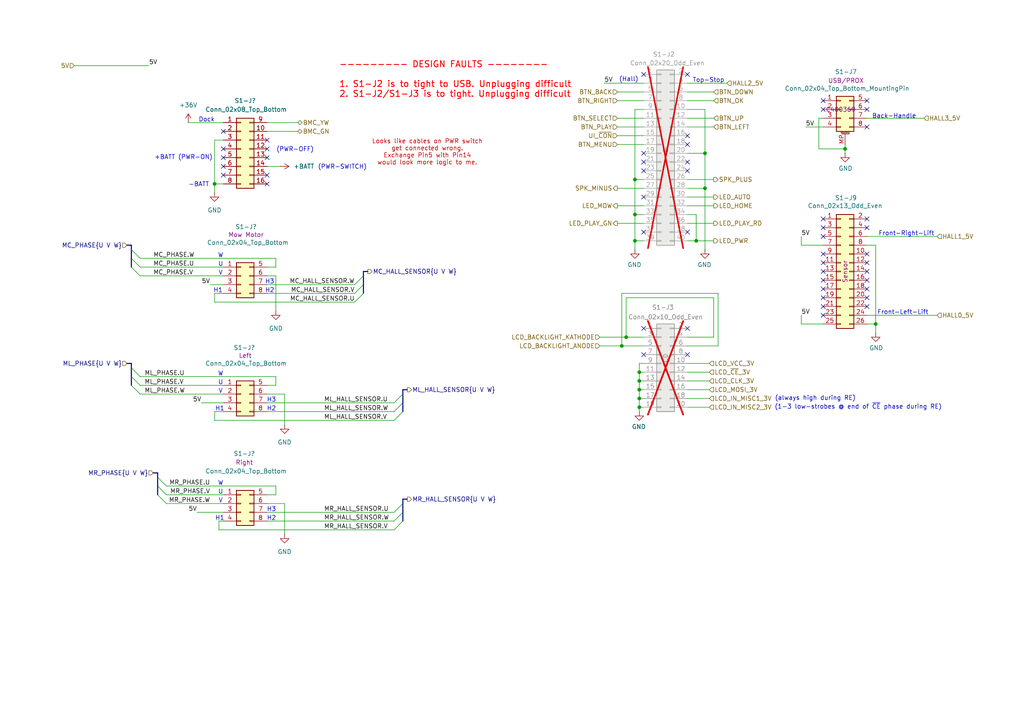
<source format=kicad_sch>
(kicad_sch (version 20250114) (generator "eeschema") (generator_version "9.0")
  (paper "A4")
  (title_block (title "OpenMower SABO Mainboard for Series I & II") (date "2025-05-22") (rev "v0.2") (company "Apeheanger <joerg@ebeling.ws> for OpenMower") (comment 1 "This design is licensed under CC BY-NC 4.0"))
  (lib_symbols
    (symbol "Connector_Generic:Conn_02x04_Top_Bottom" (pin_names (offset 1.016) (hide yes))
      (property "Reference" "J" (at 1.27 5.08 0))
      (property "Value" "Conn_02x04_Top_Bottom" (at 1.27 -7.62 0))
      (symbol "Conn_02x04_Top_Bottom_1_1"
        (rectangle (start -1.27 3.81) (end 3.81 -6.35) (stroke (width 0.254)) (fill (type background)))
        (rectangle (start -1.27 2.667) (end 0 2.413) (stroke (width 0.1524)))
        (rectangle (start -1.27 0.127) (end 0 -0.127) (stroke (width 0.1524)))
        (rectangle (start -1.27 -2.413) (end 0 -2.667) (stroke (width 0.1524)))
        (rectangle (start -1.27 -4.953) (end 0 -5.207) (stroke (width 0.1524)))
        (rectangle (start 3.81 2.667) (end 2.54 2.413) (stroke (width 0.1524)))
        (rectangle (start 3.81 0.127) (end 2.54 -0.127) (stroke (width 0.1524)))
        (rectangle (start 3.81 -2.413) (end 2.54 -2.667) (stroke (width 0.1524)))
        (rectangle (start 3.81 -4.953) (end 2.54 -5.207) (stroke (width 0.1524)))
        (pin passive line (at -5.08 2.54 0) (length 3.81) (name "Pin_1") (number "1"))
        (pin passive line (at -5.08 0 0) (length 3.81) (name "Pin_2") (number "2"))
        (pin passive line (at -5.08 -2.54 0) (length 3.81) (name "Pin_3") (number "3"))
        (pin passive line (at -5.08 -5.08 0) (length 3.81) (name "Pin_4") (number "4"))
        (pin passive line (at 7.62 2.54 180) (length 3.81) (name "Pin_5") (number "5"))
        (pin passive line (at 7.62 0 180) (length 3.81) (name "Pin_6") (number "6"))
        (pin passive line (at 7.62 -2.54 180) (length 3.81) (name "Pin_7") (number "7"))
        (pin passive line (at 7.62 -5.08 180) (length 3.81) (name "Pin_8") (number "8"))
      )
    )
    (symbol "Connector_Generic:Conn_02x08_Top_Bottom" (pin_names (offset 1.016) (hide yes))
      (property "Reference" "J" (at 1.27 10.16 0))
      (property "Value" "Conn_02x08_Top_Bottom" (at 1.27 -12.7 0))
      (symbol "Conn_02x08_Top_Bottom_1_1"
        (rectangle (start -1.27 8.89) (end 3.81 -11.43) (stroke (width 0.254)) (fill (type background)))
        (rectangle (start -1.27 7.747) (end 0 7.493) (stroke (width 0.1524)))
        (rectangle (start -1.27 5.207) (end 0 4.953) (stroke (width 0.1524)))
        (rectangle (start -1.27 2.667) (end 0 2.413) (stroke (width 0.1524)))
        (rectangle (start -1.27 0.127) (end 0 -0.127) (stroke (width 0.1524)))
        (rectangle (start -1.27 -2.413) (end 0 -2.667) (stroke (width 0.1524)))
        (rectangle (start -1.27 -4.953) (end 0 -5.207) (stroke (width 0.1524)))
        (rectangle (start -1.27 -7.493) (end 0 -7.747) (stroke (width 0.1524)))
        (rectangle (start -1.27 -10.033) (end 0 -10.287) (stroke (width 0.1524)))
        (rectangle (start 3.81 7.747) (end 2.54 7.493) (stroke (width 0.1524)))
        (rectangle (start 3.81 5.207) (end 2.54 4.953) (stroke (width 0.1524)))
        (rectangle (start 3.81 2.667) (end 2.54 2.413) (stroke (width 0.1524)))
        (rectangle (start 3.81 0.127) (end 2.54 -0.127) (stroke (width 0.1524)))
        (rectangle (start 3.81 -2.413) (end 2.54 -2.667) (stroke (width 0.1524)))
        (rectangle (start 3.81 -4.953) (end 2.54 -5.207) (stroke (width 0.1524)))
        (rectangle (start 3.81 -7.493) (end 2.54 -7.747) (stroke (width 0.1524)))
        (rectangle (start 3.81 -10.033) (end 2.54 -10.287) (stroke (width 0.1524)))
        (pin passive line (at -5.08 7.62 0) (length 3.81) (name "Pin_1") (number "1"))
        (pin passive line (at -5.08 5.08 0) (length 3.81) (name "Pin_2") (number "2"))
        (pin passive line (at -5.08 2.54 0) (length 3.81) (name "Pin_3") (number "3"))
        (pin passive line (at -5.08 0 0) (length 3.81) (name "Pin_4") (number "4"))
        (pin passive line (at -5.08 -2.54 0) (length 3.81) (name "Pin_5") (number "5"))
        (pin passive line (at -5.08 -5.08 0) (length 3.81) (name "Pin_6") (number "6"))
        (pin passive line (at -5.08 -7.62 0) (length 3.81) (name "Pin_7") (number "7"))
        (pin passive line (at -5.08 -10.16 0) (length 3.81) (name "Pin_8") (number "8"))
        (pin passive line (at 7.62 7.62 180) (length 3.81) (name "Pin_9") (number "9"))
        (pin passive line (at 7.62 5.08 180) (length 3.81) (name "Pin_10") (number "10"))
        (pin passive line (at 7.62 2.54 180) (length 3.81) (name "Pin_11") (number "11"))
        (pin passive line (at 7.62 0 180) (length 3.81) (name "Pin_12") (number "12"))
        (pin passive line (at 7.62 -2.54 180) (length 3.81) (name "Pin_13") (number "13"))
        (pin passive line (at 7.62 -5.08 180) (length 3.81) (name "Pin_14") (number "14"))
        (pin passive line (at 7.62 -7.62 180) (length 3.81) (name "Pin_15") (number "15"))
        (pin passive line (at 7.62 -10.16 180) (length 3.81) (name "Pin_16") (number "16"))
      )
    )
    (symbol "Connector_Generic:Conn_02x10_Odd_Even" (pin_names (offset 1.016) (hide yes))
      (property "Reference" "J" (at 1.27 12.7 0))
      (property "Value" "Conn_02x10_Odd_Even" (at 1.27 -15.24 0))
      (symbol "Conn_02x10_Odd_Even_1_1"
        (rectangle (start -1.27 11.43) (end 3.81 -13.97) (stroke (width 0.254)) (fill (type background)))
        (rectangle (start -1.27 10.287) (end 0 10.033) (stroke (width 0.1524)))
        (rectangle (start -1.27 7.747) (end 0 7.493) (stroke (width 0.1524)))
        (rectangle (start -1.27 5.207) (end 0 4.953) (stroke (width 0.1524)))
        (rectangle (start -1.27 2.667) (end 0 2.413) (stroke (width 0.1524)))
        (rectangle (start -1.27 0.127) (end 0 -0.127) (stroke (width 0.1524)))
        (rectangle (start -1.27 -2.413) (end 0 -2.667) (stroke (width 0.1524)))
        (rectangle (start -1.27 -4.953) (end 0 -5.207) (stroke (width 0.1524)))
        (rectangle (start -1.27 -7.493) (end 0 -7.747) (stroke (width 0.1524)))
        (rectangle (start -1.27 -10.033) (end 0 -10.287) (stroke (width 0.1524)))
        (rectangle (start -1.27 -12.573) (end 0 -12.827) (stroke (width 0.1524)))
        (rectangle (start 3.81 10.287) (end 2.54 10.033) (stroke (width 0.1524)))
        (rectangle (start 3.81 7.747) (end 2.54 7.493) (stroke (width 0.1524)))
        (rectangle (start 3.81 5.207) (end 2.54 4.953) (stroke (width 0.1524)))
        (rectangle (start 3.81 2.667) (end 2.54 2.413) (stroke (width 0.1524)))
        (rectangle (start 3.81 0.127) (end 2.54 -0.127) (stroke (width 0.1524)))
        (rectangle (start 3.81 -2.413) (end 2.54 -2.667) (stroke (width 0.1524)))
        (rectangle (start 3.81 -4.953) (end 2.54 -5.207) (stroke (width 0.1524)))
        (rectangle (start 3.81 -7.493) (end 2.54 -7.747) (stroke (width 0.1524)))
        (rectangle (start 3.81 -10.033) (end 2.54 -10.287) (stroke (width 0.1524)))
        (rectangle (start 3.81 -12.573) (end 2.54 -12.827) (stroke (width 0.1524)))
        (pin passive line (at -5.08 10.16 0) (length 3.81) (name "Pin_1") (number "1"))
        (pin passive line (at -5.08 7.62 0) (length 3.81) (name "Pin_3") (number "3"))
        (pin passive line (at -5.08 5.08 0) (length 3.81) (name "Pin_5") (number "5"))
        (pin passive line (at -5.08 2.54 0) (length 3.81) (name "Pin_7") (number "7"))
        (pin passive line (at -5.08 0 0) (length 3.81) (name "Pin_9") (number "9"))
        (pin passive line (at -5.08 -2.54 0) (length 3.81) (name "Pin_11") (number "11"))
        (pin passive line (at -5.08 -5.08 0) (length 3.81) (name "Pin_13") (number "13"))
        (pin passive line (at -5.08 -7.62 0) (length 3.81) (name "Pin_15") (number "15"))
        (pin passive line (at -5.08 -10.16 0) (length 3.81) (name "Pin_17") (number "17"))
        (pin passive line (at -5.08 -12.7 0) (length 3.81) (name "Pin_19") (number "19"))
        (pin passive line (at 7.62 10.16 180) (length 3.81) (name "Pin_2") (number "2"))
        (pin passive line (at 7.62 7.62 180) (length 3.81) (name "Pin_4") (number "4"))
        (pin passive line (at 7.62 5.08 180) (length 3.81) (name "Pin_6") (number "6"))
        (pin passive line (at 7.62 2.54 180) (length 3.81) (name "Pin_8") (number "8"))
        (pin passive line (at 7.62 0 180) (length 3.81) (name "Pin_10") (number "10"))
        (pin passive line (at 7.62 -2.54 180) (length 3.81) (name "Pin_12") (number "12"))
        (pin passive line (at 7.62 -5.08 180) (length 3.81) (name "Pin_14") (number "14"))
        (pin passive line (at 7.62 -7.62 180) (length 3.81) (name "Pin_16") (number "16"))
        (pin passive line (at 7.62 -10.16 180) (length 3.81) (name "Pin_18") (number "18"))
        (pin passive line (at 7.62 -12.7 180) (length 3.81) (name "Pin_20") (number "20"))
      )
    )
    (symbol "Connector_Generic:Conn_02x13_Odd_Even" (pin_names (offset 1.016) (hide yes))
      (property "Reference" "J" (at 1.27 17.78 0))
      (property "Value" "Conn_02x13_Odd_Even" (at 1.27 -17.78 0))
      (symbol "Conn_02x13_Odd_Even_1_1"
        (rectangle (start -1.27 16.51) (end 3.81 -16.51) (stroke (width 0.254)) (fill (type background)))
        (rectangle (start -1.27 15.367) (end 0 15.113) (stroke (width 0.1524)))
        (rectangle (start -1.27 12.827) (end 0 12.573) (stroke (width 0.1524)))
        (rectangle (start -1.27 10.287) (end 0 10.033) (stroke (width 0.1524)))
        (rectangle (start -1.27 7.747) (end 0 7.493) (stroke (width 0.1524)))
        (rectangle (start -1.27 5.207) (end 0 4.953) (stroke (width 0.1524)))
        (rectangle (start -1.27 2.667) (end 0 2.413) (stroke (width 0.1524)))
        (rectangle (start -1.27 0.127) (end 0 -0.127) (stroke (width 0.1524)))
        (rectangle (start -1.27 -2.413) (end 0 -2.667) (stroke (width 0.1524)))
        (rectangle (start -1.27 -4.953) (end 0 -5.207) (stroke (width 0.1524)))
        (rectangle (start -1.27 -7.493) (end 0 -7.747) (stroke (width 0.1524)))
        (rectangle (start -1.27 -10.033) (end 0 -10.287) (stroke (width 0.1524)))
        (rectangle (start -1.27 -12.573) (end 0 -12.827) (stroke (width 0.1524)))
        (rectangle (start -1.27 -15.113) (end 0 -15.367) (stroke (width 0.1524)))
        (rectangle (start 3.81 15.367) (end 2.54 15.113) (stroke (width 0.1524)))
        (rectangle (start 3.81 12.827) (end 2.54 12.573) (stroke (width 0.1524)))
        (rectangle (start 3.81 10.287) (end 2.54 10.033) (stroke (width 0.1524)))
        (rectangle (start 3.81 7.747) (end 2.54 7.493) (stroke (width 0.1524)))
        (rectangle (start 3.81 5.207) (end 2.54 4.953) (stroke (width 0.1524)))
        (rectangle (start 3.81 2.667) (end 2.54 2.413) (stroke (width 0.1524)))
        (rectangle (start 3.81 0.127) (end 2.54 -0.127) (stroke (width 0.1524)))
        (rectangle (start 3.81 -2.413) (end 2.54 -2.667) (stroke (width 0.1524)))
        (rectangle (start 3.81 -4.953) (end 2.54 -5.207) (stroke (width 0.1524)))
        (rectangle (start 3.81 -7.493) (end 2.54 -7.747) (stroke (width 0.1524)))
        (rectangle (start 3.81 -10.033) (end 2.54 -10.287) (stroke (width 0.1524)))
        (rectangle (start 3.81 -12.573) (end 2.54 -12.827) (stroke (width 0.1524)))
        (rectangle (start 3.81 -15.113) (end 2.54 -15.367) (stroke (width 0.1524)))
        (pin passive line (at -5.08 15.24 0) (length 3.81) (name "Pin_1") (number "1"))
        (pin passive line (at -5.08 12.7 0) (length 3.81) (name "Pin_3") (number "3"))
        (pin passive line (at -5.08 10.16 0) (length 3.81) (name "Pin_5") (number "5"))
        (pin passive line (at -5.08 7.62 0) (length 3.81) (name "Pin_7") (number "7"))
        (pin passive line (at -5.08 5.08 0) (length 3.81) (name "Pin_9") (number "9"))
        (pin passive line (at -5.08 2.54 0) (length 3.81) (name "Pin_11") (number "11"))
        (pin passive line (at -5.08 0 0) (length 3.81) (name "Pin_13") (number "13"))
        (pin passive line (at -5.08 -2.54 0) (length 3.81) (name "Pin_15") (number "15"))
        (pin passive line (at -5.08 -5.08 0) (length 3.81) (name "Pin_17") (number "17"))
        (pin passive line (at -5.08 -7.62 0) (length 3.81) (name "Pin_19") (number "19"))
        (pin passive line (at -5.08 -10.16 0) (length 3.81) (name "Pin_21") (number "21"))
        (pin passive line (at -5.08 -12.7 0) (length 3.81) (name "Pin_23") (number "23"))
        (pin passive line (at -5.08 -15.24 0) (length 3.81) (name "Pin_25") (number "25"))
        (pin passive line (at 7.62 15.24 180) (length 3.81) (name "Pin_2") (number "2"))
        (pin passive line (at 7.62 12.7 180) (length 3.81) (name "Pin_4") (number "4"))
        (pin passive line (at 7.62 10.16 180) (length 3.81) (name "Pin_6") (number "6"))
        (pin passive line (at 7.62 7.62 180) (length 3.81) (name "Pin_8") (number "8"))
        (pin passive line (at 7.62 5.08 180) (length 3.81) (name "Pin_10") (number "10"))
        (pin passive line (at 7.62 2.54 180) (length 3.81) (name "Pin_12") (number "12"))
        (pin passive line (at 7.62 0 180) (length 3.81) (name "Pin_14") (number "14"))
        (pin passive line (at 7.62 -2.54 180) (length 3.81) (name "Pin_16") (number "16"))
        (pin passive line (at 7.62 -5.08 180) (length 3.81) (name "Pin_18") (number "18"))
        (pin passive line (at 7.62 -7.62 180) (length 3.81) (name "Pin_20") (number "20"))
        (pin passive line (at 7.62 -10.16 180) (length 3.81) (name "Pin_22") (number "22"))
        (pin passive line (at 7.62 -12.7 180) (length 3.81) (name "Pin_24") (number "24"))
        (pin passive line (at 7.62 -15.24 180) (length 3.81) (name "Pin_26") (number "26"))
      )
    )
    (symbol "Connector_Generic:Conn_02x20_Odd_Even" (pin_names (offset 1.016) (hide yes))
      (property "Reference" "J" (at 1.27 25.4 0))
      (property "Value" "Conn_02x20_Odd_Even" (at 1.27 -27.94 0))
      (symbol "Conn_02x20_Odd_Even_1_1"
        (rectangle (start -1.27 24.13) (end 3.81 -26.67) (stroke (width 0.254)) (fill (type background)))
        (rectangle (start -1.27 22.987) (end 0 22.733) (stroke (width 0.1524)))
        (rectangle (start -1.27 20.447) (end 0 20.193) (stroke (width 0.1524)))
        (rectangle (start -1.27 17.907) (end 0 17.653) (stroke (width 0.1524)))
        (rectangle (start -1.27 15.367) (end 0 15.113) (stroke (width 0.1524)))
        (rectangle (start -1.27 12.827) (end 0 12.573) (stroke (width 0.1524)))
        (rectangle (start -1.27 10.287) (end 0 10.033) (stroke (width 0.1524)))
        (rectangle (start -1.27 7.747) (end 0 7.493) (stroke (width 0.1524)))
        (rectangle (start -1.27 5.207) (end 0 4.953) (stroke (width 0.1524)))
        (rectangle (start -1.27 2.667) (end 0 2.413) (stroke (width 0.1524)))
        (rectangle (start -1.27 0.127) (end 0 -0.127) (stroke (width 0.1524)))
        (rectangle (start -1.27 -2.413) (end 0 -2.667) (stroke (width 0.1524)))
        (rectangle (start -1.27 -4.953) (end 0 -5.207) (stroke (width 0.1524)))
        (rectangle (start -1.27 -7.493) (end 0 -7.747) (stroke (width 0.1524)))
        (rectangle (start -1.27 -10.033) (end 0 -10.287) (stroke (width 0.1524)))
        (rectangle (start -1.27 -12.573) (end 0 -12.827) (stroke (width 0.1524)))
        (rectangle (start -1.27 -15.113) (end 0 -15.367) (stroke (width 0.1524)))
        (rectangle (start -1.27 -17.653) (end 0 -17.907) (stroke (width 0.1524)))
        (rectangle (start -1.27 -20.193) (end 0 -20.447) (stroke (width 0.1524)))
        (rectangle (start -1.27 -22.733) (end 0 -22.987) (stroke (width 0.1524)))
        (rectangle (start -1.27 -25.273) (end 0 -25.527) (stroke (width 0.1524)))
        (rectangle (start 3.81 22.987) (end 2.54 22.733) (stroke (width 0.1524)))
        (rectangle (start 3.81 20.447) (end 2.54 20.193) (stroke (width 0.1524)))
        (rectangle (start 3.81 17.907) (end 2.54 17.653) (stroke (width 0.1524)))
        (rectangle (start 3.81 15.367) (end 2.54 15.113) (stroke (width 0.1524)))
        (rectangle (start 3.81 12.827) (end 2.54 12.573) (stroke (width 0.1524)))
        (rectangle (start 3.81 10.287) (end 2.54 10.033) (stroke (width 0.1524)))
        (rectangle (start 3.81 7.747) (end 2.54 7.493) (stroke (width 0.1524)))
        (rectangle (start 3.81 5.207) (end 2.54 4.953) (stroke (width 0.1524)))
        (rectangle (start 3.81 2.667) (end 2.54 2.413) (stroke (width 0.1524)))
        (rectangle (start 3.81 0.127) (end 2.54 -0.127) (stroke (width 0.1524)))
        (rectangle (start 3.81 -2.413) (end 2.54 -2.667) (stroke (width 0.1524)))
        (rectangle (start 3.81 -4.953) (end 2.54 -5.207) (stroke (width 0.1524)))
        (rectangle (start 3.81 -7.493) (end 2.54 -7.747) (stroke (width 0.1524)))
        (rectangle (start 3.81 -10.033) (end 2.54 -10.287) (stroke (width 0.1524)))
        (rectangle (start 3.81 -12.573) (end 2.54 -12.827) (stroke (width 0.1524)))
        (rectangle (start 3.81 -15.113) (end 2.54 -15.367) (stroke (width 0.1524)))
        (rectangle (start 3.81 -17.653) (end 2.54 -17.907) (stroke (width 0.1524)))
        (rectangle (start 3.81 -20.193) (end 2.54 -20.447) (stroke (width 0.1524)))
        (rectangle (start 3.81 -22.733) (end 2.54 -22.987) (stroke (width 0.1524)))
        (rectangle (start 3.81 -25.273) (end 2.54 -25.527) (stroke (width 0.1524)))
        (pin passive line (at -5.08 22.86 0) (length 3.81) (name "Pin_1") (number "1"))
        (pin passive line (at -5.08 20.32 0) (length 3.81) (name "Pin_3") (number "3"))
        (pin passive line (at -5.08 17.78 0) (length 3.81) (name "Pin_5") (number "5"))
        (pin passive line (at -5.08 15.24 0) (length 3.81) (name "Pin_7") (number "7"))
        (pin passive line (at -5.08 12.7 0) (length 3.81) (name "Pin_9") (number "9"))
        (pin passive line (at -5.08 10.16 0) (length 3.81) (name "Pin_11") (number "11"))
        (pin passive line (at -5.08 7.62 0) (length 3.81) (name "Pin_13") (number "13"))
        (pin passive line (at -5.08 5.08 0) (length 3.81) (name "Pin_15") (number "15"))
        (pin passive line (at -5.08 2.54 0) (length 3.81) (name "Pin_17") (number "17"))
        (pin passive line (at -5.08 0 0) (length 3.81) (name "Pin_19") (number "19"))
        (pin passive line (at -5.08 -2.54 0) (length 3.81) (name "Pin_21") (number "21"))
        (pin passive line (at -5.08 -5.08 0) (length 3.81) (name "Pin_23") (number "23"))
        (pin passive line (at -5.08 -7.62 0) (length 3.81) (name "Pin_25") (number "25"))
        (pin passive line (at -5.08 -10.16 0) (length 3.81) (name "Pin_27") (number "27"))
        (pin passive line (at -5.08 -12.7 0) (length 3.81) (name "Pin_29") (number "29"))
        (pin passive line (at -5.08 -15.24 0) (length 3.81) (name "Pin_31") (number "31"))
        (pin passive line (at -5.08 -17.78 0) (length 3.81) (name "Pin_33") (number "33"))
        (pin passive line (at -5.08 -20.32 0) (length 3.81) (name "Pin_35") (number "35"))
        (pin passive line (at -5.08 -22.86 0) (length 3.81) (name "Pin_37") (number "37"))
        (pin passive line (at -5.08 -25.4 0) (length 3.81) (name "Pin_39") (number "39"))
        (pin passive line (at 7.62 22.86 180) (length 3.81) (name "Pin_2") (number "2"))
        (pin passive line (at 7.62 20.32 180) (length 3.81) (name "Pin_4") (number "4"))
        (pin passive line (at 7.62 17.78 180) (length 3.81) (name "Pin_6") (number "6"))
        (pin passive line (at 7.62 15.24 180) (length 3.81) (name "Pin_8") (number "8"))
        (pin passive line (at 7.62 12.7 180) (length 3.81) (name "Pin_10") (number "10"))
        (pin passive line (at 7.62 10.16 180) (length 3.81) (name "Pin_12") (number "12"))
        (pin passive line (at 7.62 7.62 180) (length 3.81) (name "Pin_14") (number "14"))
        (pin passive line (at 7.62 5.08 180) (length 3.81) (name "Pin_16") (number "16"))
        (pin passive line (at 7.62 2.54 180) (length 3.81) (name "Pin_18") (number "18"))
        (pin passive line (at 7.62 0 180) (length 3.81) (name "Pin_20") (number "20"))
        (pin passive line (at 7.62 -2.54 180) (length 3.81) (name "Pin_22") (number "22"))
        (pin passive line (at 7.62 -5.08 180) (length 3.81) (name "Pin_24") (number "24"))
        (pin passive line (at 7.62 -7.62 180) (length 3.81) (name "Pin_26") (number "26"))
        (pin passive line (at 7.62 -10.16 180) (length 3.81) (name "Pin_28") (number "28"))
        (pin passive line (at 7.62 -12.7 180) (length 3.81) (name "Pin_30") (number "30"))
        (pin passive line (at 7.62 -15.24 180) (length 3.81) (name "Pin_32") (number "32"))
        (pin passive line (at 7.62 -17.78 180) (length 3.81) (name "Pin_34") (number "34"))
        (pin passive line (at 7.62 -20.32 180) (length 3.81) (name "Pin_36") (number "36"))
        (pin passive line (at 7.62 -22.86 180) (length 3.81) (name "Pin_38") (number "38"))
        (pin passive line (at 7.62 -25.4 180) (length 3.81) (name "Pin_40") (number "40"))
      )
    )
    (symbol "Connector_Generic_MountingPin:Conn_02x04_Top_Bottom_MountingPin" (pin_names (offset 1.016) (hide yes))
      (property "Reference" "J" (at 1.27 5.08 0))
      (property "Value" "Conn_02x04_Top_Bottom_MountingPin" (at 2.54 -7.62 0))
      (symbol "Conn_02x04_Top_Bottom_MountingPin_1_1"
        (rectangle (start -1.27 3.81) (end 3.81 -6.35) (stroke (width 0.254)) (fill (type background)))
        (rectangle (start -1.27 2.667) (end 0 2.413) (stroke (width 0.1524)))
        (rectangle (start -1.27 0.127) (end 0 -0.127) (stroke (width 0.1524)))
        (rectangle (start -1.27 -2.413) (end 0 -2.667) (stroke (width 0.1524)))
        (rectangle (start -1.27 -4.953) (end 0 -5.207) (stroke (width 0.1524)))
        (polyline (pts (xy 0.254 -7.112) (xy 2.286 -7.112)) (stroke (width 0.1524)))
        (rectangle (start 3.81 2.667) (end 2.54 2.413) (stroke (width 0.1524)))
        (rectangle (start 3.81 0.127) (end 2.54 -0.127) (stroke (width 0.1524)))
        (rectangle (start 3.81 -2.413) (end 2.54 -2.667) (stroke (width 0.1524)))
        (rectangle (start 3.81 -4.953) (end 2.54 -5.207) (stroke (width 0.1524)))
        (text "Mounting" (at 1.27 -6.731 0) (effects (font (size 0.381 0.381))))
        (pin passive line (at -5.08 2.54 0) (length 3.81) (name "Pin_1") (number "1"))
        (pin passive line (at -5.08 0 0) (length 3.81) (name "Pin_2") (number "2"))
        (pin passive line (at -5.08 -2.54 0) (length 3.81) (name "Pin_3") (number "3"))
        (pin passive line (at -5.08 -5.08 0) (length 3.81) (name "Pin_4") (number "4"))
        (pin passive line (at 1.27 -10.16 90) (length 3.048) (name "MountPin") (number "MP"))
        (pin passive line (at 7.62 2.54 180) (length 3.81) (name "Pin_5") (number "5"))
        (pin passive line (at 7.62 0 180) (length 3.81) (name "Pin_6") (number "6"))
        (pin passive line (at 7.62 -2.54 180) (length 3.81) (name "Pin_7") (number "7"))
        (pin passive line (at 7.62 -5.08 180) (length 3.81) (name "Pin_8") (number "8"))
      )
    )
    (symbol "power:+36V" (power) (pin_numbers (hide yes)) (pin_names (offset 0) (hide yes))
      (property "Value" "+36V" (at 0 3.556 0))
      (symbol "+36V_0_1"
        (polyline (pts (xy -0.762 1.27) (xy 0 2.54)))
        (polyline (pts (xy 0 2.54) (xy 0.762 1.27)))
        (polyline (pts (xy 0 0) (xy 0 2.54)))
      )
      (symbol "+36V_1_1"
        (pin power_in line (at 0 0 90) (length 0) (name "~") (number "1"))
      )
    )
    (symbol "power:+BATT" (power) (pin_numbers (hide yes)) (pin_names (offset 0) (hide yes))
      (property "Value" "+BATT" (at 0 3.556 0))
      (symbol "+BATT_0_1"
        (polyline (pts (xy -0.762 1.27) (xy 0 2.54)))
        (polyline (pts (xy 0 2.54) (xy 0.762 1.27)))
        (polyline (pts (xy 0 0) (xy 0 2.54)))
      )
      (symbol "+BATT_1_1"
        (pin power_in line (at 0 0 90) (length 0) (name "~") (number "1"))
      )
    )
    (symbol "power:GND" (power) (pin_numbers (hide yes)) (pin_names (offset 0) (hide yes))
      (property "Value" "GND" (at 0 -3.81 0))
      (symbol "GND_0_1"
        (polyline (pts (xy 0 0) (xy 0 -1.27) (xy 1.27 -1.27) (xy 0 -2.54) (xy -1.27 -1.27) (xy 0 -1.27)))
      )
      (symbol "GND_1_1"
        (pin power_in line (at 0 0 270) (length 0) (name "~") (number "1"))
      )
    )
  )
  (text "H2" (at 78.232 84.328 0) (effects (font (size 1.27 1.27))))
  (text "(PWR-SWITCH)" (at 99.314 48.514 0) (effects (font (size 1.27 1.27))))
  (text "(PWR-OFF)" (at 85.598 43.434 0) (effects (font (size 1.27 1.27))))
  (text "H3" (at 78.74 147.828 0) (effects (font (size 1.27 1.27))))
  (text "H1" (at 63.754 150.368 0) (effects (font (size 1.27 1.27))))
  (text "Back-Handle" (at 259.334 33.782 0) (effects (font (size 1.27 1.27))))
  (text "+BATT (PWR-ON)" (at 61.722 45.72 0) (effects (font (size 1.27 1.27)) (justify right)))
  (text "U" (at 64.008 110.998 0) (effects (font (size 1.27 1.27))))
  (text "V" (at 64.008 79.248 0) (effects (font (size 1.27 1.27))))
  (text "-BATT" (at 60.706 53.594 0) (effects (font (size 1.27 1.27)) (justify right)))
  (text "H2" (at 78.74 150.368 0) (effects (font (size 1.27 1.27))))
  (text "(1-3 low-strobes @ end of ~{CE} phase during RE)" (at 248.92 118.11 0) (effects (font (size 1.27 1.27))))
  (text "W" (at 64.008 74.168 0) (effects (font (size 1.27 1.27))))
  (text "Looks like cables on PWR switch\nget connected wrong.\nExchange Pin5 with Pin14\nwould look more logic to me." (at 123.952 44.196 0) (effects (font (size 1.27 1.27))))
  (text "Front-Right-Lift" (at 262.89 67.818 0) (effects (font (size 1.27 1.27))))
  (text "Dock" (at 59.944 34.798 0) (effects (font (size 1.27 1.27))))
  (text "(always high during RE)" (at 236.474 115.57 0) (effects (font (size 1.27 1.27))))
  (text "H3" (at 78.74 116.078 0) (effects (font (size 1.27 1.27))))
  (text "H2" (at 78.74 118.618 0) (effects (font (size 1.27 1.27))))
  (text "V" (at 64.008 113.538 0) (effects (font (size 1.27 1.27))))
  (text "U" (at 64.008 142.748 0) (effects (font (size 1.27 1.27))))
  (text "W" (at 64.008 108.458 0) (effects (font (size 1.27 1.27))))
  (text "--------- DESIGN FAULTS --------\n\n1. S1-J2 is to tight to USB. Unplugging difficult\n2. S1-J2/S1-J3 is to tight. Unplugging difficult" (at 98.298 23.114 0) (effects (font (size 1.778 1.778) (thickness 0.254) (bold yes)) (justify left)))
  (text "W" (at 64.008 140.208 0) (effects (font (size 1.27 1.27))))
  (text "U" (at 64.008 76.708 0) (effects (font (size 1.27 1.27))))
  (text "Front-Left-Lift" (at 261.874 90.678 0) (effects (font (size 1.27 1.27))))
  (text "(Hall)" (at 182.372 23.114 0) (effects (font (size 1.27 1.27))))
  (text "H1" (at 63.754 118.618 0) (effects (font (size 1.27 1.27))))
  (text "V" (at 64.008 145.288 0) (effects (font (size 1.27 1.27))))
  (text "H3" (at 78.232 81.788 0) (effects (font (size 1.27 1.27))))
  (text "Top-Stop" (at 205.486 23.368 0) (effects (font (size 1.27 1.27))))
  (text "H1" (at 63.246 84.328 0) (effects (font (size 1.27 1.27))))
  (junction (at 185.42 118.11))
  (junction (at 204.47 44.45))
  (junction (at 62.23 53.34))
  (junction (at 181.61 97.79))
  (junction (at 185.42 107.95))
  (junction (at 184.15 62.23))
  (junction (at 185.42 110.49))
  (junction (at 245.11 43.18))
  (junction (at 185.42 113.03))
  (junction (at 254 93.98))
  (junction (at 185.42 115.57))
  (junction (at 201.93 69.85))
  (junction (at 180.34 100.33))
  (junction (at 204.47 54.61))
  (junction (at 184.15 69.85))
  (junction (at 184.15 52.07))
  (no_connect (at 199.39 95.25))
  (no_connect (at 77.47 45.72))
  (no_connect (at 238.76 91.44))
  (no_connect (at 251.46 31.75))
  (no_connect (at 199.39 49.53))
  (no_connect (at 251.46 83.82))
  (no_connect (at 64.77 45.72))
  (no_connect (at 186.69 67.31))
  (no_connect (at 186.69 102.87))
  (no_connect (at 64.77 50.8))
  (no_connect (at 77.47 50.8))
  (no_connect (at 238.76 78.74))
  (no_connect (at 251.46 76.2))
  (no_connect (at 64.77 43.18))
  (no_connect (at 77.47 40.64))
  (no_connect (at 238.76 68.58))
  (no_connect (at 238.76 73.66))
  (no_connect (at 238.76 31.75))
  (no_connect (at 64.77 48.26))
  (no_connect (at 251.46 36.83))
  (no_connect (at 251.46 78.74))
  (no_connect (at 238.76 88.9))
  (no_connect (at 238.76 81.28))
  (no_connect (at 199.39 41.91))
  (no_connect (at 186.69 57.15))
  (no_connect (at 238.76 83.82))
  (no_connect (at 186.69 21.59))
  (no_connect (at 186.69 44.45))
  (no_connect (at 199.39 21.59))
  (no_connect (at 251.46 66.04))
  (no_connect (at 251.46 88.9))
  (no_connect (at 251.46 86.36))
  (no_connect (at 77.47 43.18))
  (no_connect (at 238.76 76.2))
  (no_connect (at 238.76 29.21))
  (no_connect (at 251.46 73.66))
  (no_connect (at 199.39 39.37))
  (no_connect (at 251.46 29.21))
  (no_connect (at 238.76 63.5))
  (no_connect (at 199.39 102.87))
  (no_connect (at 186.69 49.53))
  (no_connect (at 199.39 67.31))
  (no_connect (at 238.76 86.36))
  (no_connect (at 186.69 95.25))
  (no_connect (at 238.76 66.04))
  (no_connect (at 199.39 46.99))
  (no_connect (at 251.46 63.5))
  (no_connect (at 251.46 81.28))
  (no_connect (at 64.77 38.1))
  (no_connect (at 77.47 53.34))
  (no_connect (at 186.69 46.99))
  (bus_entry (at 116.84 114.3) (size -2.54 2.54))
  (bus_entry (at 40.64 114.3) (size -2.54 -2.54))
  (bus_entry (at 116.84 146.05) (size -2.54 2.54))
  (bus_entry (at 40.64 109.22) (size -2.54 -2.54))
  (bus_entry (at 105.41 85.09) (size -2.54 2.54))
  (bus_entry (at 48.26 143.51) (size -2.54 -2.54))
  (bus_entry (at 116.84 148.59) (size -2.54 2.54))
  (bus_entry (at 40.64 111.76) (size -2.54 -2.54))
  (bus_entry (at 48.26 146.05) (size -2.54 -2.54))
  (bus_entry (at 105.41 80.01) (size -2.54 2.54))
  (bus_entry (at 40.64 77.47) (size -2.54 -2.54))
  (bus_entry (at 116.84 151.13) (size -2.54 2.54))
  (bus_entry (at 40.64 80.01) (size -2.54 -2.54))
  (bus_entry (at 116.84 119.38) (size -2.54 2.54))
  (bus_entry (at 105.41 82.55) (size -2.54 2.54))
  (bus_entry (at 48.26 140.97) (size -2.54 -2.54))
  (bus_entry (at 40.64 74.93) (size -2.54 -2.54))
  (bus_entry (at 116.84 116.84) (size -2.54 2.54))
  (wire (pts (xy 199.39 52.07) (xy 207.01 52.07)))
  (wire (pts (xy 179.07 41.91) (xy 186.69 41.91)))
  (wire (pts (xy 77.47 85.09) (xy 102.87 85.09)))
  (wire (pts (xy 40.64 111.76) (xy 64.77 111.76)))
  (wire (pts (xy 179.07 64.77) (xy 186.69 64.77)))
  (wire (pts (xy 245.11 43.18) (xy 245.11 41.91)))
  (wire (pts (xy 62.23 85.09) (xy 64.77 85.09)))
  (wire (pts (xy 173.99 100.33) (xy 180.34 100.33)))
  (wire (pts (xy 232.41 91.44) (xy 232.41 93.98)))
  (wire (pts (xy 199.39 113.03) (xy 205.74 113.03)))
  (wire (pts (xy 77.47 116.84) (xy 114.3 116.84)))
  (wire (pts (xy 180.34 100.33) (xy 186.69 100.33)))
  (wire (pts (xy 184.15 52.07) (xy 186.69 52.07)))
  (wire (pts (xy 199.39 118.11) (xy 205.74 118.11)))
  (wire (pts (xy 185.42 115.57) (xy 186.69 115.57)))
  (wire (pts (xy 40.64 109.22) (xy 80.01 109.22)))
  (wire (pts (xy 57.15 148.59) (xy 64.77 148.59)))
  (wire (pts (xy 185.42 105.41) (xy 185.42 107.95)))
  (wire (pts (xy 184.15 31.75) (xy 184.15 52.07)))
  (bus (pts (xy 38.1 109.22) (xy 38.1 106.68)))
  (wire (pts (xy 185.42 110.49) (xy 186.69 110.49)))
  (bus (pts (xy 38.1 72.39) (xy 38.1 71.12)))
  (wire (pts (xy 77.47 82.55) (xy 102.87 82.55)))
  (wire (pts (xy 64.77 40.64) (xy 62.23 40.64)))
  (wire (pts (xy 64.77 151.13) (xy 63.5 151.13)))
  (bus (pts (xy 118.11 113.03) (xy 116.84 113.03)))
  (wire (pts (xy 63.5 153.67) (xy 114.3 153.67)))
  (wire (pts (xy 80.01 74.93) (xy 80.01 77.47)))
  (wire (pts (xy 77.47 151.13) (xy 114.3 151.13)))
  (bus (pts (xy 38.1 74.93) (xy 38.1 72.39)))
  (wire (pts (xy 179.07 26.67) (xy 186.69 26.67)))
  (wire (pts (xy 254 93.98) (xy 254 96.52)))
  (wire (pts (xy 184.15 52.07) (xy 184.15 62.23)))
  (wire (pts (xy 54.61 35.56) (xy 64.77 35.56)))
  (wire (pts (xy 232.41 93.98) (xy 238.76 93.98)))
  (wire (pts (xy 237.49 43.18) (xy 245.11 43.18)))
  (wire (pts (xy 204.47 54.61) (xy 204.47 72.39)))
  (wire (pts (xy 245.11 44.45) (xy 245.11 43.18)))
  (wire (pts (xy 199.39 59.69) (xy 207.01 59.69)))
  (wire (pts (xy 185.42 118.11) (xy 185.42 119.38)))
  (wire (pts (xy 181.61 97.79) (xy 186.69 97.79)))
  (wire (pts (xy 237.49 34.29) (xy 237.49 43.18)))
  (wire (pts (xy 77.47 146.05) (xy 82.55 146.05)))
  (wire (pts (xy 40.64 114.3) (xy 64.77 114.3)))
  (wire (pts (xy 199.39 44.45) (xy 204.47 44.45)))
  (wire (pts (xy 199.39 26.67) (xy 207.01 26.67)))
  (wire (pts (xy 185.42 113.03) (xy 186.69 113.03)))
  (wire (pts (xy 173.99 97.79) (xy 181.61 97.79)))
  (wire (pts (xy 185.42 115.57) (xy 185.42 118.11)))
  (wire (pts (xy 48.26 143.51) (xy 64.77 143.51)))
  (wire (pts (xy 199.39 24.13) (xy 210.82 24.13)))
  (wire (pts (xy 40.64 77.47) (xy 64.77 77.47)))
  (bus (pts (xy 106.68 78.74) (xy 105.41 78.74)))
  (wire (pts (xy 251.46 68.58) (xy 271.78 68.58)))
  (wire (pts (xy 199.39 54.61) (xy 204.47 54.61)))
  (wire (pts (xy 207.01 86.36) (xy 181.61 86.36)))
  (wire (pts (xy 179.07 29.21) (xy 186.69 29.21)))
  (bus (pts (xy 116.84 116.84) (xy 116.84 119.38)))
  (wire (pts (xy 199.39 29.21) (xy 207.01 29.21)))
  (wire (pts (xy 199.39 107.95) (xy 205.74 107.95)))
  (wire (pts (xy 77.47 77.47) (xy 80.01 77.47)))
  (wire (pts (xy 199.39 97.79) (xy 207.01 97.79)))
  (wire (pts (xy 180.34 100.33) (xy 180.34 85.09)))
  (bus (pts (xy 45.72 138.43) (xy 45.72 137.16)))
  (wire (pts (xy 62.23 53.34) (xy 64.77 53.34)))
  (wire (pts (xy 40.64 74.93) (xy 80.01 74.93)))
  (bus (pts (xy 38.1 71.12) (xy 36.83 71.12)))
  (bus (pts (xy 38.1 109.22) (xy 38.1 111.76)))
  (wire (pts (xy 77.47 111.76) (xy 80.01 111.76)))
  (wire (pts (xy 201.93 62.23) (xy 201.93 69.85)))
  (wire (pts (xy 199.39 69.85) (xy 201.93 69.85)))
  (wire (pts (xy 48.26 146.05) (xy 64.77 146.05)))
  (wire (pts (xy 62.23 40.64) (xy 62.23 53.34)))
  (wire (pts (xy 199.39 57.15) (xy 207.01 57.15)))
  (wire (pts (xy 62.23 53.34) (xy 62.23 55.88)))
  (wire (pts (xy 62.23 121.92) (xy 114.3 121.92)))
  (bus (pts (xy 118.11 144.78) (xy 116.84 144.78)))
  (wire (pts (xy 80.01 80.01) (xy 80.01 90.17)))
  (wire (pts (xy 251.46 93.98) (xy 254 93.98)))
  (wire (pts (xy 199.39 115.57) (xy 205.74 115.57)))
  (wire (pts (xy 77.47 48.26) (xy 81.28 48.26)))
  (bus (pts (xy 105.41 82.55) (xy 105.41 85.09)))
  (bus (pts (xy 116.84 146.05) (xy 116.84 148.59)))
  (wire (pts (xy 63.5 151.13) (xy 63.5 153.67)))
  (bus (pts (xy 105.41 80.01) (xy 105.41 82.55)))
  (wire (pts (xy 179.07 36.83) (xy 186.69 36.83)))
  (wire (pts (xy 179.07 54.61) (xy 186.69 54.61)))
  (wire (pts (xy 48.26 140.97) (xy 80.01 140.97)))
  (wire (pts (xy 251.46 71.12) (xy 254 71.12)))
  (wire (pts (xy 199.39 34.29) (xy 207.01 34.29)))
  (wire (pts (xy 180.34 85.09) (xy 208.28 85.09)))
  (wire (pts (xy 77.47 148.59) (xy 114.3 148.59)))
  (wire (pts (xy 207.01 97.79) (xy 207.01 86.36)))
  (wire (pts (xy 62.23 119.38) (xy 62.23 121.92)))
  (wire (pts (xy 77.47 35.56) (xy 86.36 35.56)))
  (wire (pts (xy 185.42 107.95) (xy 186.69 107.95)))
  (wire (pts (xy 77.47 143.51) (xy 80.01 143.51)))
  (wire (pts (xy 64.77 119.38) (xy 62.23 119.38)))
  (wire (pts (xy 199.39 62.23) (xy 201.93 62.23)))
  (wire (pts (xy 184.15 69.85) (xy 186.69 69.85)))
  (wire (pts (xy 232.41 68.58) (xy 232.41 71.12)))
  (bus (pts (xy 45.72 137.16) (xy 44.45 137.16)))
  (wire (pts (xy 102.87 87.63) (xy 62.23 87.63)))
  (wire (pts (xy 184.15 62.23) (xy 184.15 69.85)))
  (wire (pts (xy 179.07 39.37) (xy 186.69 39.37)))
  (wire (pts (xy 238.76 34.29) (xy 237.49 34.29)))
  (wire (pts (xy 185.42 118.11) (xy 186.69 118.11)))
  (wire (pts (xy 251.46 91.44) (xy 271.78 91.44)))
  (wire (pts (xy 77.47 119.38) (xy 114.3 119.38)))
  (bus (pts (xy 116.84 113.03) (xy 116.84 114.3)))
  (wire (pts (xy 199.39 105.41) (xy 205.74 105.41)))
  (wire (pts (xy 62.23 87.63) (xy 62.23 85.09)))
  (wire (pts (xy 179.07 34.29) (xy 186.69 34.29)))
  (bus (pts (xy 38.1 106.68) (xy 38.1 105.41)))
  (bus (pts (xy 45.72 140.97) (xy 45.72 138.43)))
  (wire (pts (xy 201.93 69.85) (xy 207.01 69.85)))
  (wire (pts (xy 21.59 19.05) (xy 43.18 19.05)))
  (wire (pts (xy 233.68 36.83) (xy 238.76 36.83)))
  (wire (pts (xy 179.07 59.69) (xy 186.69 59.69)))
  (bus (pts (xy 38.1 77.47) (xy 38.1 74.93)))
  (wire (pts (xy 175.26 24.13) (xy 186.69 24.13)))
  (wire (pts (xy 199.39 36.83) (xy 207.01 36.83)))
  (bus (pts (xy 45.72 140.97) (xy 45.72 143.51)))
  (wire (pts (xy 254 71.12) (xy 254 93.98)))
  (wire (pts (xy 184.15 62.23) (xy 186.69 62.23)))
  (bus (pts (xy 116.84 114.3) (xy 116.84 116.84)))
  (bus (pts (xy 116.84 148.59) (xy 116.84 151.13)))
  (bus (pts (xy 38.1 105.41) (xy 36.83 105.41)))
  (wire (pts (xy 64.77 116.84) (xy 58.42 116.84)))
  (wire (pts (xy 185.42 113.03) (xy 185.42 115.57)))
  (wire (pts (xy 82.55 146.05) (xy 82.55 154.94)))
  (wire (pts (xy 77.47 80.01) (xy 80.01 80.01)))
  (wire (pts (xy 251.46 34.29) (xy 267.97 34.29)))
  (wire (pts (xy 232.41 71.12) (xy 238.76 71.12)))
  (wire (pts (xy 80.01 143.51) (xy 80.01 140.97)))
  (wire (pts (xy 184.15 69.85) (xy 184.15 72.39)))
  (wire (pts (xy 199.39 110.49) (xy 205.74 110.49)))
  (wire (pts (xy 204.47 44.45) (xy 204.47 54.61)))
  (wire (pts (xy 199.39 31.75) (xy 204.47 31.75)))
  (wire (pts (xy 82.55 123.19) (xy 82.55 114.3)))
  (wire (pts (xy 181.61 86.36) (xy 181.61 97.79)))
  (wire (pts (xy 80.01 109.22) (xy 80.01 111.76)))
  (wire (pts (xy 185.42 107.95) (xy 185.42 110.49)))
  (wire (pts (xy 208.28 100.33) (xy 199.39 100.33)))
  (wire (pts (xy 60.96 82.55) (xy 64.77 82.55)))
  (wire (pts (xy 186.69 105.41) (xy 185.42 105.41)))
  (wire (pts (xy 199.39 64.77) (xy 207.01 64.77)))
  (wire (pts (xy 186.69 31.75) (xy 184.15 31.75)))
  (bus (pts (xy 116.84 144.78) (xy 116.84 146.05)))
  (wire (pts (xy 77.47 114.3) (xy 82.55 114.3)))
  (wire (pts (xy 204.47 31.75) (xy 204.47 44.45)))
  (wire (pts (xy 208.28 85.09) (xy 208.28 100.33)))
  (bus (pts (xy 105.41 78.74) (xy 105.41 80.01)))
  (wire (pts (xy 185.42 110.49) (xy 185.42 113.03)))
  (wire (pts (xy 40.64 80.01) (xy 64.77 80.01)))
  (wire (pts (xy 77.47 38.1) (xy 86.36 38.1)))
  (label "5V" (at 233.68 36.83 0))
  (label "MC_PHASE.W" (at 44.45 74.93 0))
  (label "5V" (at 232.41 68.58 0))
  (label "MR_PHASE.U" (at 60.96 140.97 180))
  (label "MC_HALL_SENSOR.W" (at 102.87 82.55 180))
  (label "MR_PHASE.V" (at 60.96 143.51 180))
  (label "ML_HALL_SENSOR.U" (at 93.98 116.84 0))
  (label "ML_PHASE.U" (at 41.91 109.22 0))
  (label "MC_PHASE.V" (at 44.45 80.01 0))
  (label "ML_HALL_SENSOR.W" (at 93.98 119.38 0))
  (label "ML_PHASE.V" (at 41.91 111.76 0))
  (label "MC_HALL_SENSOR.V" (at 102.87 85.09 180))
  (label "ML_HALL_SENSOR.V" (at 93.98 121.92 0))
  (label "MC_PHASE.U" (at 44.45 77.47 0))
  (label "MR_HALL_SENSOR.V" (at 93.98 153.67 0))
  (label "ML_PHASE.W" (at 41.91 114.3 0))
  (label "5V" (at 43.18 19.05 0))
  (label "MC_HALL_SENSOR.U" (at 102.87 87.63 180))
  (label "5V" (at 232.41 91.44 0))
  (label "MR_HALL_SENSOR.W" (at 93.98 151.13 0))
  (label "MR_PHASE.W" (at 60.96 146.05 180))
  (label "5V" (at 175.26 24.13 0))
  (label "MR_HALL_SENSOR.U" (at 93.98 148.59 0))
  (label "5V" (at 58.42 116.84 180))
  (label "5V" (at 60.96 82.55 180))
  (label "5V" (at 57.15 148.59 180))
  (hierarchical_label "LED_HOME" (shape output) (at 207.01 59.69 0))
  (hierarchical_label "LED_AUTO" (shape output) (at 207.01 57.15 0))
  (hierarchical_label "5V" (shape input) (at 21.59 19.05 180))
  (hierarchical_label "BMC_GN" (shape bidirectional) (at 86.36 38.1 0))
  (hierarchical_label "UI_~{CON}" (shape input) (at 179.07 39.37 180))
  (hierarchical_label "BTN_MENU" (shape input) (at 179.07 41.91 180))
  (hierarchical_label "BTN_BACK" (shape input) (at 179.07 26.67 180))
  (hierarchical_label "ML_HALL_SENSOR{U V W}" (shape output) (at 118.11 113.03 0))
  (hierarchical_label "BTN_PLAY" (shape input) (at 179.07 36.83 180))
  (hierarchical_label "LCD_CLK_3V" (shape input) (at 205.74 110.49 0))
  (hierarchical_label "BTN_LEFT" (shape input) (at 207.01 36.83 0))
  (hierarchical_label "LCD_BACKLIGHT_ANODE" (shape input) (at 173.99 100.33 180))
  (hierarchical_label "LCD_~{CE}_3V" (shape input) (at 205.74 107.95 0))
  (hierarchical_label "LED_PWR" (shape output) (at 207.01 69.85 0))
  (hierarchical_label "HALL1_5V" (shape input) (at 271.78 68.58 0))
  (hierarchical_label "MR_PHASE{U V W}" (shape input) (at 44.45 137.16 180))
  (hierarchical_label "LCD_IN_MISC2_3V" (shape input) (at 205.74 118.11 0))
  (hierarchical_label "SPK_PLUS" (shape output) (at 207.01 52.07 0))
  (hierarchical_label "LED_PLAY_GN" (shape output) (at 179.07 64.77 180))
  (hierarchical_label "HALL2_5V" (shape input) (at 210.82 24.13 0))
  (hierarchical_label "HALL3_5V" (shape input) (at 267.97 34.29 0))
  (hierarchical_label "LCD_MOSI_3V" (shape input) (at 205.74 113.03 0))
  (hierarchical_label "MC_PHASE{U V W}" (shape input) (at 36.83 71.12 180))
  (hierarchical_label "BTN_SELECT" (shape input) (at 179.07 34.29 180))
  (hierarchical_label "BTN_RIGHT" (shape input) (at 179.07 29.21 180))
  (hierarchical_label "SPK_MINUS" (shape output) (at 179.07 54.61 180))
  (hierarchical_label "LED_PLAY_RD" (shape output) (at 207.01 64.77 0))
  (hierarchical_label "BMC_YW" (shape bidirectional) (at 86.36 35.56 0))
  (hierarchical_label "MC_HALL_SENSOR{U V W}" (shape output) (at 106.68 78.74 0))
  (hierarchical_label "ML_PHASE{U V W}" (shape input) (at 36.83 105.41 180))
  (hierarchical_label "HALL0_5V" (shape input) (at 271.78 91.44 0))
  (hierarchical_label "MR_HALL_SENSOR{U V W}" (shape output) (at 118.11 144.78 0))
  (hierarchical_label "LED_MOW" (shape output) (at 179.07 59.69 180))
  (hierarchical_label "BTN_OK" (shape input) (at 207.01 29.21 0))
  (hierarchical_label "LCD_BACKLIGHT_KATHODE" (shape input) (at 173.99 97.79 180))
  (hierarchical_label "BTN_DOWN" (shape input) (at 207.01 26.67 0))
  (hierarchical_label "LCD_VCC_3V" (shape input) (at 205.74 105.41 0))
  (hierarchical_label "LCD_IN_MISC1_3V" (shape input) (at 205.74 115.57 0))
  (hierarchical_label "BTN_UP" (shape input) (at 207.01 34.29 0))
  (symbol (lib_id "power:GND") (at 82.55 123.19 0) (unit 1)
    (property "Reference" "#PWR?" (effects (hide yes)))
    (property "Value" "GND" (at 82.55 128.27 0))
    (property "Description" "Power symbol creates a global label with name \"GND\" , ground" (effects (hide yes)))
  )
  (symbol (lib_id "Connector_Generic:Conn_02x04_Top_Bottom") (at 69.85 146.05 0) (unit 1)
    (property "Reference" "S1-J?" (at 70.866 131.572 0))
    (property "Value" "Conn_02x04_Top_Bottom" (at 71.374 136.652 0))
    (property "Footprint" "local_Connectors:Molex_Mini-Fit_Jr_5566-08A_2x04_P4.20mm_Vertical" (effects (hide yes)))
    (property "Description" "Molex Mini-Fit Jr. Vertical Header, 4.20mm Pitch, Dual Row, 8 Circuits, without Snap-in" (effects (hide yes)))
    (property "MF" "Molex" (effects (hide yes)))
    (property "MFPN" "39281083" (effects (hide yes)))
    (property "Silk" "Right" (at 70.866 134.112 0))
    (property "JLC" "C293503" (effects (hide yes)))
  )
  (symbol (lib_id "Connector_Generic:Conn_02x04_Top_Bottom") (at 69.85 80.01 0) (unit 1)
    (property "Reference" "S1-J?" (at 71.374 65.786 0))
    (property "Value" "Conn_02x04_Top_Bottom" (at 71.882 70.358 0))
    (property "Footprint" "local_Connectors:Molex_Mini-Fit_Jr_5566-08A_2x04_P4.20mm_Vertical" (effects (hide yes)))
    (property "Description" "Molex Mini-Fit Jr. Vertical Header, 4.20mm Pitch, Dual Row, 8 Circuits, without Snap-in" (effects (hide yes)))
    (property "MF" "Molex" (effects (hide yes)))
    (property "MFPN" "39281083" (effects (hide yes)))
    (property "Silk" "Mow Motor" (at 71.374 68.072 0))
    (property "JLC" "C293503" (effects (hide yes)))
  )
  (symbol (lib_id "Connector_Generic:Conn_02x13_Odd_Even") (at 243.84 78.74 0) (unit 1)
    (property "Reference" "S1-J9" (at 245.364 57.404 0))
    (property "Value" "Conn_02x13_Odd_Even" (at 245.11 59.69 0))
    (property "Footprint" "Connector_IDC:IDC-Header_2x13_P2.54mm_Vertical" (effects (hide yes)))
    (property "Description" "2.54mm 260℃@10S -40℃~+105℃ Direct Insert 3A Gold Brass 1kV 2x13P 13 2.54mm Simple cow constellation 2 Plugin,P=2.54mm  IDC Connectors ROHS" (effects (hide yes)))
    (property "Silk" "Sensor" (at 245.11 78.74 90))
    (property "MFPN" "ZX-IDC2.54-2-13PZZ" (effects (hide yes)))
    (property "Manufacturer" "Megastar" (effects (hide yes)))
    (property "LCSC Part #" "C7501247" (effects (hide yes)))
    (property "FT Rotation Offset" "-90" (effects (hide yes)))
  )
  (symbol (lib_id "Connector_Generic:Conn_02x10_Odd_Even") (at 191.77 105.41 0) (unit 1) (in_bom no) (dnp yes)
    (property "Reference" "S1-J3" (at 192.278 89.154 0))
    (property "Value" "Conn_02x10_Odd_Even" (at 193.04 91.948 0))
    (property "Footprint" "local_Connectors:AMPMODU System50_2x10_P1.27mm_R2.54mm_Vertical" (effects (hide yes)))
    (property "Description" "TE Connectivity AMP Connectors, AMPMODU System 50" (effects (hide yes)))
    (property "Silk" "LCD" (at 193.04 104.394 90))
    (property "MFPN" "5-104068-1" (effects (hide yes)))
    (property "DigiKey" "A33555-ND" (effects (hide yes)))
  )
  (symbol (lib_id "power:GND") (at 62.23 55.88 0) (unit 1)
    (property "Reference" "#PWR?" (effects (hide yes)))
    (property "Value" "GND" (at 62.23 60.96 0))
    (property "Description" "Power symbol creates a global label with name \"GND\" , ground" (effects (hide yes)))
  )
  (symbol (lib_id "Connector_Generic_MountingPin:Conn_02x04_Top_Bottom_MountingPin") (at 243.84 31.75 0) (unit 1)
    (property "Reference" "S1-J7" (at 245.364 20.828 0))
    (property "Value" "Conn_02x04_Top_Bottom_MountingPin" (at 227.584 25.654 0) (effects (justify left)))
    (property "Footprint" "local_Connectors:Molex_Micro-Fit_3.0_43045-0818_2x04-1MP_P3.00mm_Vertical" (effects (hide yes)))
    (property "Description" "2x4P 8P Micro-Fit(MX 3.0) Tin 3mm 4 -40℃~+105℃ 8.5A 2 3mm Brass Standing paste SMD,P=3mm Wire To Board Connector ROHS" (effects (hide yes)))
    (property "Silk" "USB/PROX" (at 245.364 23.368 0))
    (property "Manufacturer" "Molex" (effects (hide yes)))
    (property "MFPN" "430450818" (effects (hide yes)))
    (property "FT Rotation Offset" "0" (effects (hide yes)))
    (property "LCSC Part #" "C400369" (at 243.84 31.75 0))
  )
  (symbol (lib_id "Connector_Generic:Conn_02x20_Odd_Even") (at 191.77 44.45 0) (unit 1) (in_bom no) (dnp yes)
    (property "Reference" "S1-J2" (at 192.532 15.748 0))
    (property "Value" "Conn_02x20_Odd_Even" (at 193.548 18.288 0))
    (property "Footprint" "local_Connectors:AMPMODU System 50_2x20_P1.27mm_R2.54mm_Vertical" (effects (hide yes)))
    (property "Description" "TE Connectivity, AMPMODU System 50, 5-104068-4" (effects (hide yes)))
    (property "Silk" "UI" (at 193.04 43.434 0))
    (property "JLC" "C3330369" (effects (hide yes)))
  )
  (symbol (lib_id "power:+BATT") (at 81.28 48.26 270) (unit 1)
    (property "Reference" "#PWR?" (effects (hide yes)))
    (property "Value" "+BATT" (at 85.09 48.2599 90) (effects (justify left)))
    (property "Description" "Power symbol creates a global label with name \"+BATT\"" (effects (hide yes)))
  )
  (symbol (lib_id "Connector_Generic:Conn_02x04_Top_Bottom") (at 69.85 114.3 0) (unit 1)
    (property "Reference" "S1-J?" (at 70.866 100.838 0))
    (property "Value" "Conn_02x04_Top_Bottom" (at 71.374 105.41 0))
    (property "Footprint" "local_Connectors:Molex_Mini-Fit_Jr_5566-08A_2x04_P4.20mm_Vertical" (effects (hide yes)))
    (property "Description" "Molex Mini-Fit Jr. Vertical Header, 4.20mm Pitch, Dual Row, 8 Circuits, without Snap-in" (effects (hide yes)))
    (property "MF" "Molex" (effects (hide yes)))
    (property "MFPN" "39281083" (effects (hide yes)))
    (property "Silk" "Left" (at 71.12 103.124 0))
    (property "JLC" "C293503" (effects (hide yes)))
  )
  (symbol (lib_id "power:GND") (at 80.01 90.17 0) (unit 1)
    (property "Reference" "#PWR?" (effects (hide yes)))
    (property "Value" "GND" (at 80.01 95.25 0))
    (property "Description" "Power symbol creates a global label with name \"GND\" , ground" (effects (hide yes)))
  )
  (symbol (lib_id "power:GND") (at 254 96.52 0) (unit 1)
    (property "Reference" "#PWR?" (effects (hide yes)))
    (property "Value" "GND" (at 254.127 100.9142 0))
    (property "Description" "Power symbol creates a global label with name \"GND\" , ground" (effects (hide yes)))
  )
  (symbol (lib_id "power:+36V") (at 54.61 35.56 0) (unit 1)
    (property "Reference" "#PWR?" (effects (hide yes)))
    (property "Value" "+36V" (at 54.61 30.48 0))
    (property "Description" "Power symbol creates a global label with name \"+36V\"" (effects (hide yes)))
  )
  (symbol (lib_id "power:GND") (at 245.11 44.45 0) (unit 1)
    (property "Reference" "#PWR?" (effects (hide yes)))
    (property "Value" "GND" (at 245.237 48.8442 0))
    (property "Description" "Power symbol creates a global label with name \"GND\" , ground" (effects (hide yes)))
  )
  (symbol (lib_id "power:GND") (at 204.47 72.39 0) (mirror y) (unit 1)
    (property "Reference" "#PWR?" (effects (hide yes)))
    (property "Value" "GND" (at 204.343 76.7842 0))
    (property "Description" "Power symbol creates a global label with name \"GND\" , ground" (effects (hide yes)))
  )
  (symbol (lib_id "Connector_Generic:Conn_02x08_Top_Bottom") (at 69.85 43.18 0) (unit 1)
    (property "Reference" "S1-J?" (at 71.12 29.21 0))
    (property "Value" "Conn_02x08_Top_Bottom" (at 71.374 31.75 0))
    (property "Footprint" "local_Connectors:Molex_Mini-Fit_Jr_5566-16A_2x08_P4.20mm_Vertical" (effects (hide yes)))
    (property "Description" "Molex Mini-Fit Jr. Vertical Header, 4.20mm Pitch, Dual Row, 16 Circuits, without Snap-in" (effects (hide yes)))
    (property "MF" "Molex" (effects (hide yes)))
    (property "MFPN" "39281163" (effects (hide yes)))
    (property "JLC" "C5339222" (effects (hide yes)))
  )
  (symbol (lib_id "power:GND") (at 185.42 119.38 0) (mirror y) (unit 1)
    (property "Reference" "#PWR093" (effects (hide yes)))
    (property "Value" "GND" (at 185.293 123.7742 0))
    (property "Description" "Power symbol creates a global label with name \"GND\" , ground" (effects (hide yes)))
  )
  (symbol (lib_id "power:GND") (at 82.55 154.94 0) (unit 1)
    (property "Reference" "#PWR?" (effects (hide yes)))
    (property "Value" "GND" (at 82.55 160.02 0))
    (property "Description" "Power symbol creates a global label with name \"GND\" , ground" (effects (hide yes)))
  )
  (symbol (lib_id "power:GND") (at 184.15 72.39 0) (mirror y) (unit 1)
    (property "Reference" "#PWR?" (effects (hide yes)))
    (property "Value" "GND" (at 184.023 76.7842 0))
    (property "Description" "Power symbol creates a global label with name \"GND\" , ground" (effects (hide yes)))
  )
)
</source>
